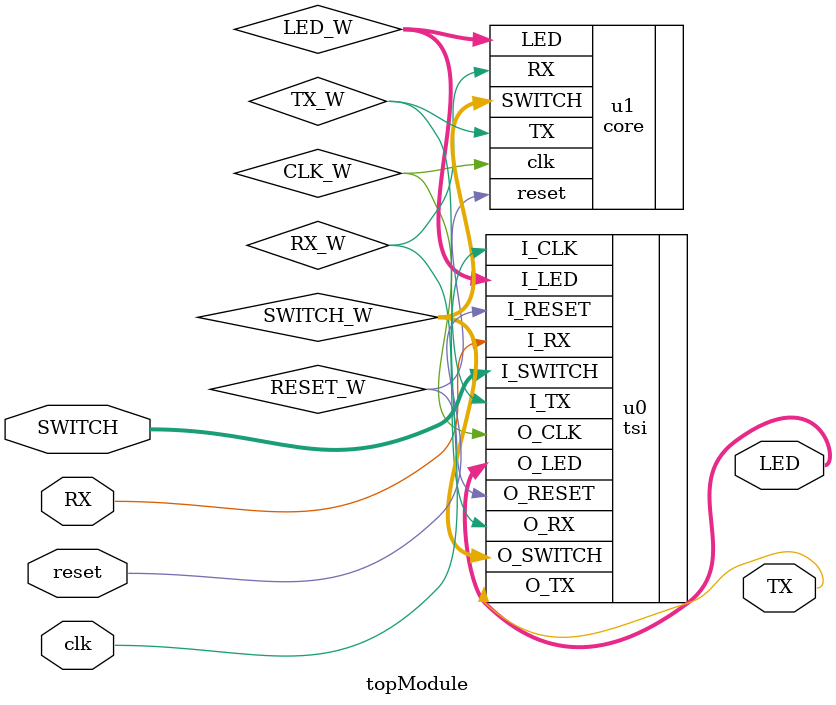
<source format=v>
`timescale 1ns / 1ps
module topModule(clk, reset, TX, LED, RX, SWITCH);

	input          clk, reset, RX;
	input    [7:0] SWITCH;
	
	output  [15:0] LED;
	output         TX;
	
	wire           CLK_W, RESET_W, TX_W, RX_W;
	wire    [15:0] LED_W;
	wire     [7:0] SWITCH_W;
	
	
	core u1 ( .clk(CLK_W), .reset(RESET_W)   , 
	          .TX(TX_W)  , .LED(LED_W)       ,
				 .RX(RX_W)  , .SWITCH(SWITCH_W)
			  );
			  
	tsi  u0 ( .I_CLK(clk)        , .I_RESET(reset)  , 
	          .I_RX(RX)          , .I_TX(TX_W)      , 
	          .I_SWITCH(SWITCH)  , .I_LED(LED_W)    ,
             .O_CLK(CLK_W)      , .O_RESET(RESET_W), 
				 .O_RX(RX_W)        , .O_TX(TX)        , 
				 .O_SWITCH(SWITCH_W), .O_LED(LED)
	        );

endmodule

</source>
